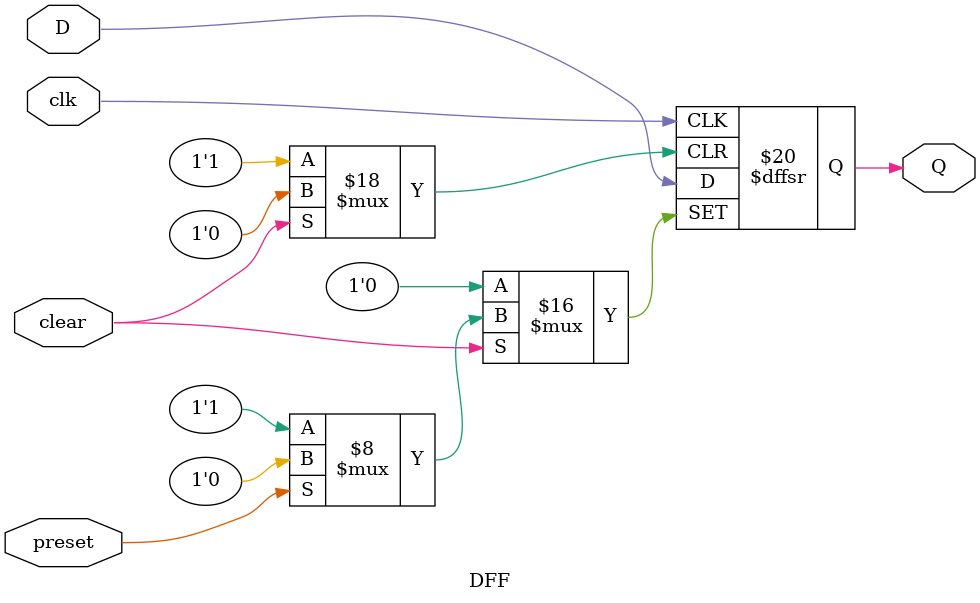
<source format=v>
module DFF (output reg Q, input D, clk, preset, clear); 
always @ (posedge clk, negedge preset, negedge clear ) 
if (preset == 0) Q <= 1'b1; 
else if (clear == 0) Q <= 1'b0; 
else Q <= D; 
endmodule
</source>
